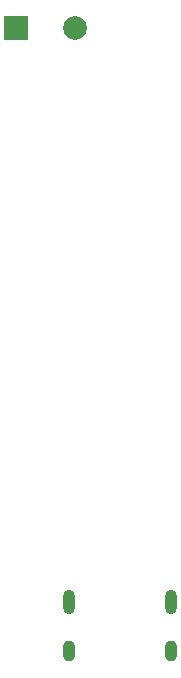
<source format=gbr>
%TF.GenerationSoftware,KiCad,Pcbnew,9.0.6*%
%TF.CreationDate,2025-11-15T17:29:32-05:00*%
%TF.ProjectId,CANopus,43414e6f-7075-4732-9e6b-696361645f70,rev?*%
%TF.SameCoordinates,Original*%
%TF.FileFunction,Copper,L2,Bot*%
%TF.FilePolarity,Positive*%
%FSLAX46Y46*%
G04 Gerber Fmt 4.6, Leading zero omitted, Abs format (unit mm)*
G04 Created by KiCad (PCBNEW 9.0.6) date 2025-11-15 17:29:32*
%MOMM*%
%LPD*%
G01*
G04 APERTURE LIST*
%TA.AperFunction,HeatsinkPad*%
%ADD10O,1.000000X2.100000*%
%TD*%
%TA.AperFunction,HeatsinkPad*%
%ADD11O,1.000000X1.800000*%
%TD*%
%TA.AperFunction,ComponentPad*%
%ADD12R,2.000000X2.000000*%
%TD*%
%TA.AperFunction,ComponentPad*%
%ADD13C,2.000000*%
%TD*%
G04 APERTURE END LIST*
D10*
%TO.P,J17,S1,SHIELD*%
%TO.N,GND*%
X68680000Y-94395000D03*
D11*
X68680000Y-98575000D03*
D10*
X77320000Y-94395000D03*
D11*
X77320000Y-98575000D03*
%TD*%
D12*
%TO.P,BZ1,1,1*%
%TO.N,unconnected-(BZ1-Pad1)*%
X64230931Y-45825000D03*
D13*
%TO.P,BZ1,2,2*%
%TO.N,unconnected-(BZ1-Pad2)*%
X69230931Y-45825000D03*
%TD*%
M02*

</source>
